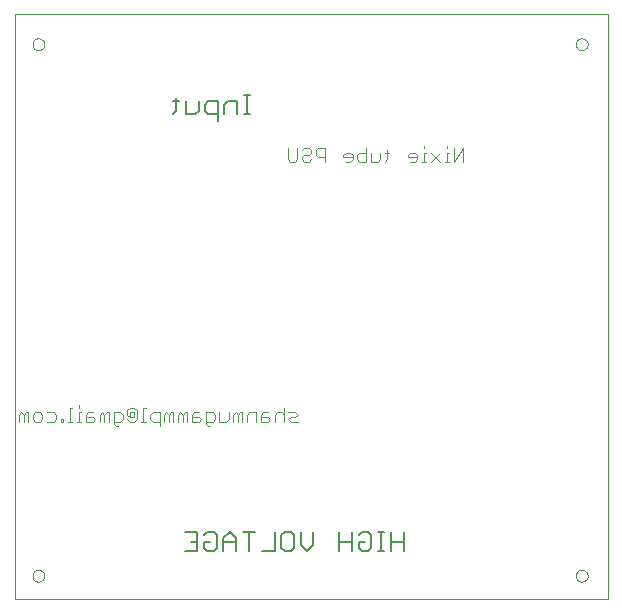
<source format=gbo>
G75*
G70*
%OFA0B0*%
%FSLAX24Y24*%
%IPPOS*%
%LPD*%
%AMOC8*
5,1,8,0,0,1.08239X$1,22.5*
%
%ADD10C,0.0000*%
%ADD11C,0.0040*%
%ADD12C,0.0060*%
D10*
X000220Y000459D02*
X000220Y019955D01*
X019984Y019955D01*
X019984Y000459D01*
X000220Y000459D01*
X000810Y001247D02*
X000812Y001274D01*
X000818Y001301D01*
X000827Y001327D01*
X000840Y001351D01*
X000856Y001374D01*
X000875Y001393D01*
X000897Y001410D01*
X000921Y001424D01*
X000946Y001434D01*
X000973Y001441D01*
X001000Y001444D01*
X001028Y001443D01*
X001055Y001438D01*
X001081Y001430D01*
X001105Y001418D01*
X001128Y001402D01*
X001149Y001384D01*
X001166Y001363D01*
X001181Y001339D01*
X001192Y001314D01*
X001200Y001288D01*
X001204Y001261D01*
X001204Y001233D01*
X001200Y001206D01*
X001192Y001180D01*
X001181Y001155D01*
X001166Y001131D01*
X001149Y001110D01*
X001128Y001092D01*
X001106Y001076D01*
X001081Y001064D01*
X001055Y001056D01*
X001028Y001051D01*
X001000Y001050D01*
X000973Y001053D01*
X000946Y001060D01*
X000921Y001070D01*
X000897Y001084D01*
X000875Y001101D01*
X000856Y001120D01*
X000840Y001143D01*
X000827Y001167D01*
X000818Y001193D01*
X000812Y001220D01*
X000810Y001247D01*
X000810Y018963D02*
X000812Y018990D01*
X000818Y019017D01*
X000827Y019043D01*
X000840Y019067D01*
X000856Y019090D01*
X000875Y019109D01*
X000897Y019126D01*
X000921Y019140D01*
X000946Y019150D01*
X000973Y019157D01*
X001000Y019160D01*
X001028Y019159D01*
X001055Y019154D01*
X001081Y019146D01*
X001105Y019134D01*
X001128Y019118D01*
X001149Y019100D01*
X001166Y019079D01*
X001181Y019055D01*
X001192Y019030D01*
X001200Y019004D01*
X001204Y018977D01*
X001204Y018949D01*
X001200Y018922D01*
X001192Y018896D01*
X001181Y018871D01*
X001166Y018847D01*
X001149Y018826D01*
X001128Y018808D01*
X001106Y018792D01*
X001081Y018780D01*
X001055Y018772D01*
X001028Y018767D01*
X001000Y018766D01*
X000973Y018769D01*
X000946Y018776D01*
X000921Y018786D01*
X000897Y018800D01*
X000875Y018817D01*
X000856Y018836D01*
X000840Y018859D01*
X000827Y018883D01*
X000818Y018909D01*
X000812Y018936D01*
X000810Y018963D01*
X018921Y018963D02*
X018923Y018990D01*
X018929Y019017D01*
X018938Y019043D01*
X018951Y019067D01*
X018967Y019090D01*
X018986Y019109D01*
X019008Y019126D01*
X019032Y019140D01*
X019057Y019150D01*
X019084Y019157D01*
X019111Y019160D01*
X019139Y019159D01*
X019166Y019154D01*
X019192Y019146D01*
X019216Y019134D01*
X019239Y019118D01*
X019260Y019100D01*
X019277Y019079D01*
X019292Y019055D01*
X019303Y019030D01*
X019311Y019004D01*
X019315Y018977D01*
X019315Y018949D01*
X019311Y018922D01*
X019303Y018896D01*
X019292Y018871D01*
X019277Y018847D01*
X019260Y018826D01*
X019239Y018808D01*
X019217Y018792D01*
X019192Y018780D01*
X019166Y018772D01*
X019139Y018767D01*
X019111Y018766D01*
X019084Y018769D01*
X019057Y018776D01*
X019032Y018786D01*
X019008Y018800D01*
X018986Y018817D01*
X018967Y018836D01*
X018951Y018859D01*
X018938Y018883D01*
X018929Y018909D01*
X018923Y018936D01*
X018921Y018963D01*
X018921Y001247D02*
X018923Y001274D01*
X018929Y001301D01*
X018938Y001327D01*
X018951Y001351D01*
X018967Y001374D01*
X018986Y001393D01*
X019008Y001410D01*
X019032Y001424D01*
X019057Y001434D01*
X019084Y001441D01*
X019111Y001444D01*
X019139Y001443D01*
X019166Y001438D01*
X019192Y001430D01*
X019216Y001418D01*
X019239Y001402D01*
X019260Y001384D01*
X019277Y001363D01*
X019292Y001339D01*
X019303Y001314D01*
X019311Y001288D01*
X019315Y001261D01*
X019315Y001233D01*
X019311Y001206D01*
X019303Y001180D01*
X019292Y001155D01*
X019277Y001131D01*
X019260Y001110D01*
X019239Y001092D01*
X019217Y001076D01*
X019192Y001064D01*
X019166Y001056D01*
X019139Y001051D01*
X019111Y001050D01*
X019084Y001053D01*
X019057Y001060D01*
X019032Y001070D01*
X019008Y001084D01*
X018986Y001101D01*
X018967Y001120D01*
X018951Y001143D01*
X018938Y001167D01*
X018929Y001193D01*
X018923Y001220D01*
X018921Y001247D01*
D11*
X009649Y006385D02*
X009419Y006385D01*
X009342Y006462D01*
X009419Y006538D01*
X009572Y006538D01*
X009649Y006615D01*
X009572Y006692D01*
X009342Y006692D01*
X009188Y006615D02*
X009112Y006692D01*
X008958Y006692D01*
X008881Y006615D01*
X008881Y006385D01*
X008728Y006462D02*
X008651Y006538D01*
X008421Y006538D01*
X008421Y006615D02*
X008421Y006385D01*
X008651Y006385D01*
X008728Y006462D01*
X008651Y006692D02*
X008498Y006692D01*
X008421Y006615D01*
X008268Y006692D02*
X008037Y006692D01*
X007961Y006615D01*
X007961Y006385D01*
X007807Y006385D02*
X007807Y006692D01*
X007731Y006692D01*
X007654Y006615D01*
X007577Y006692D01*
X007500Y006615D01*
X007500Y006385D01*
X007654Y006385D02*
X007654Y006615D01*
X007347Y006692D02*
X007347Y006462D01*
X007270Y006385D01*
X007040Y006385D01*
X007040Y006692D01*
X006886Y006615D02*
X006886Y006462D01*
X006810Y006385D01*
X006580Y006385D01*
X006580Y006308D02*
X006580Y006692D01*
X006810Y006692D01*
X006886Y006615D01*
X006733Y006231D02*
X006656Y006231D01*
X006580Y006308D01*
X006426Y006462D02*
X006349Y006538D01*
X006119Y006538D01*
X006119Y006615D02*
X006119Y006385D01*
X006349Y006385D01*
X006426Y006462D01*
X006349Y006692D02*
X006196Y006692D01*
X006119Y006615D01*
X005966Y006692D02*
X005966Y006385D01*
X005812Y006385D02*
X005812Y006615D01*
X005735Y006692D01*
X005659Y006615D01*
X005659Y006385D01*
X005505Y006385D02*
X005505Y006692D01*
X005429Y006692D01*
X005352Y006615D01*
X005275Y006692D01*
X005198Y006615D01*
X005198Y006385D01*
X005045Y006385D02*
X004815Y006385D01*
X004738Y006462D01*
X004738Y006615D01*
X004815Y006692D01*
X005045Y006692D01*
X005045Y006231D01*
X005352Y006385D02*
X005352Y006615D01*
X005812Y006615D02*
X005889Y006692D01*
X005966Y006692D01*
X004585Y006845D02*
X004508Y006845D01*
X004508Y006385D01*
X004585Y006385D02*
X004431Y006385D01*
X004278Y006462D02*
X004278Y006768D01*
X004201Y006845D01*
X004047Y006845D01*
X003971Y006768D01*
X003971Y006615D01*
X004047Y006538D01*
X004047Y006692D01*
X004201Y006692D01*
X004201Y006538D01*
X004047Y006538D01*
X003971Y006462D02*
X004047Y006385D01*
X004201Y006385D01*
X004278Y006462D01*
X003817Y006462D02*
X003740Y006385D01*
X003510Y006385D01*
X003510Y006308D02*
X003510Y006692D01*
X003740Y006692D01*
X003817Y006615D01*
X003817Y006462D01*
X003664Y006231D02*
X003587Y006231D01*
X003510Y006308D01*
X003357Y006385D02*
X003357Y006692D01*
X003280Y006692D01*
X003203Y006615D01*
X003127Y006692D01*
X003050Y006615D01*
X003050Y006385D01*
X003203Y006385D02*
X003203Y006615D01*
X002896Y006462D02*
X002820Y006538D01*
X002589Y006538D01*
X002589Y006615D02*
X002589Y006385D01*
X002820Y006385D01*
X002896Y006462D01*
X002820Y006692D02*
X002666Y006692D01*
X002589Y006615D01*
X002436Y006692D02*
X002359Y006692D01*
X002359Y006385D01*
X002283Y006385D02*
X002436Y006385D01*
X002129Y006385D02*
X001976Y006385D01*
X002052Y006385D02*
X002052Y006845D01*
X002129Y006845D01*
X002359Y006845D02*
X002359Y006922D01*
X001822Y006462D02*
X001745Y006462D01*
X001745Y006385D01*
X001822Y006385D01*
X001822Y006462D01*
X001592Y006462D02*
X001515Y006385D01*
X001285Y006385D01*
X001132Y006462D02*
X001132Y006615D01*
X001055Y006692D01*
X000901Y006692D01*
X000825Y006615D01*
X000825Y006462D01*
X000901Y006385D01*
X001055Y006385D01*
X001132Y006462D01*
X001285Y006692D02*
X001515Y006692D01*
X001592Y006615D01*
X001592Y006462D01*
X000671Y006385D02*
X000671Y006692D01*
X000594Y006692D01*
X000518Y006615D01*
X000441Y006692D01*
X000364Y006615D01*
X000364Y006385D01*
X000518Y006385D02*
X000518Y006615D01*
X008268Y006692D02*
X008268Y006385D01*
X009188Y006385D02*
X009188Y006845D01*
X009406Y015046D02*
X009329Y015123D01*
X009329Y015507D01*
X009636Y015507D02*
X009636Y015123D01*
X009559Y015046D01*
X009406Y015046D01*
X009789Y015123D02*
X009866Y015046D01*
X010020Y015046D01*
X010096Y015123D01*
X010020Y015276D02*
X009866Y015276D01*
X009789Y015200D01*
X009789Y015123D01*
X010020Y015276D02*
X010096Y015353D01*
X010096Y015430D01*
X010020Y015507D01*
X009866Y015507D01*
X009789Y015430D01*
X010250Y015430D02*
X010250Y015276D01*
X010327Y015200D01*
X010557Y015200D01*
X010557Y015046D02*
X010557Y015507D01*
X010327Y015507D01*
X010250Y015430D01*
X011171Y015276D02*
X011171Y015200D01*
X011477Y015200D01*
X011477Y015276D02*
X011477Y015123D01*
X011401Y015046D01*
X011247Y015046D01*
X011171Y015276D02*
X011247Y015353D01*
X011401Y015353D01*
X011477Y015276D01*
X011631Y015276D02*
X011708Y015353D01*
X011938Y015353D01*
X012091Y015353D02*
X012091Y015046D01*
X012322Y015046D01*
X012398Y015123D01*
X012398Y015353D01*
X012552Y015353D02*
X012705Y015353D01*
X012628Y015430D02*
X012628Y015123D01*
X012552Y015046D01*
X011938Y015046D02*
X011938Y015507D01*
X011631Y015276D02*
X011631Y015123D01*
X011708Y015046D01*
X011938Y015046D01*
X013319Y015200D02*
X013626Y015200D01*
X013626Y015276D02*
X013626Y015123D01*
X013549Y015046D01*
X013396Y015046D01*
X013319Y015200D02*
X013319Y015276D01*
X013396Y015353D01*
X013549Y015353D01*
X013626Y015276D01*
X013856Y015353D02*
X013856Y015046D01*
X013933Y015046D02*
X013779Y015046D01*
X014086Y015046D02*
X014393Y015353D01*
X014624Y015353D02*
X014624Y015046D01*
X014700Y015046D02*
X014547Y015046D01*
X014393Y015046D02*
X014086Y015353D01*
X013933Y015353D02*
X013856Y015353D01*
X013856Y015507D02*
X013856Y015583D01*
X014624Y015583D02*
X014624Y015507D01*
X014624Y015353D02*
X014700Y015353D01*
X014854Y015507D02*
X014854Y015046D01*
X015161Y015507D01*
X015161Y015046D01*
D12*
X008064Y016631D02*
X007851Y016631D01*
X007957Y016631D02*
X007957Y017272D01*
X007851Y017272D02*
X008064Y017272D01*
X007634Y017058D02*
X007634Y016631D01*
X007207Y016631D02*
X007207Y016951D01*
X007314Y017058D01*
X007634Y017058D01*
X006990Y017058D02*
X006990Y016418D01*
X006990Y016631D02*
X006669Y016631D01*
X006563Y016738D01*
X006563Y016951D01*
X006669Y017058D01*
X006990Y017058D01*
X006345Y017058D02*
X006345Y016738D01*
X006238Y016631D01*
X005918Y016631D01*
X005918Y017058D01*
X005701Y017058D02*
X005487Y017058D01*
X005594Y017165D02*
X005594Y016738D01*
X005487Y016631D01*
X005880Y002705D02*
X006307Y002705D01*
X006307Y002064D01*
X005880Y002064D01*
X006093Y002384D02*
X006307Y002384D01*
X006524Y002384D02*
X006524Y002171D01*
X006631Y002064D01*
X006845Y002064D01*
X006951Y002171D01*
X006951Y002598D01*
X006845Y002705D01*
X006631Y002705D01*
X006524Y002598D01*
X006524Y002384D02*
X006738Y002384D01*
X007169Y002384D02*
X007596Y002384D01*
X007596Y002491D02*
X007596Y002064D01*
X007169Y002064D02*
X007169Y002491D01*
X007383Y002705D01*
X007596Y002491D01*
X007814Y002705D02*
X008241Y002705D01*
X008027Y002705D02*
X008027Y002064D01*
X008458Y002064D02*
X008885Y002064D01*
X008885Y002705D01*
X009103Y002598D02*
X009209Y002705D01*
X009423Y002705D01*
X009530Y002598D01*
X009530Y002171D01*
X009423Y002064D01*
X009209Y002064D01*
X009103Y002171D01*
X009103Y002598D01*
X009747Y002705D02*
X009747Y002278D01*
X009961Y002064D01*
X010174Y002278D01*
X010174Y002705D01*
X011036Y002705D02*
X011036Y002064D01*
X011036Y002384D02*
X011463Y002384D01*
X011463Y002064D02*
X011463Y002705D01*
X011681Y002598D02*
X011788Y002705D01*
X012001Y002705D01*
X012108Y002598D01*
X012108Y002171D01*
X012001Y002064D01*
X011788Y002064D01*
X011681Y002171D01*
X011681Y002384D01*
X011894Y002384D01*
X012324Y002064D02*
X012538Y002064D01*
X012431Y002064D02*
X012431Y002705D01*
X012538Y002705D02*
X012324Y002705D01*
X012755Y002705D02*
X012755Y002064D01*
X012755Y002384D02*
X013182Y002384D01*
X013182Y002064D02*
X013182Y002705D01*
M02*

</source>
